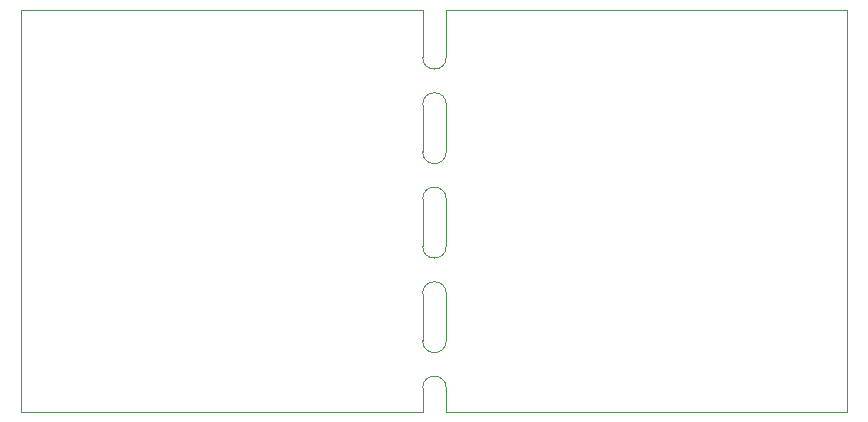
<source format=gbr>
G04 #@! TF.GenerationSoftware,KiCad,Pcbnew,(5.1.8)-1*
G04 #@! TF.CreationDate,2021-06-27T17:42:15+01:00*
G04 #@! TF.ProjectId,schem_1,73636865-6d5f-4312-9e6b-696361645f70,rev?*
G04 #@! TF.SameCoordinates,Original*
G04 #@! TF.FileFunction,Profile,NP*
%FSLAX46Y46*%
G04 Gerber Fmt 4.6, Leading zero omitted, Abs format (unit mm)*
G04 Created by KiCad (PCBNEW (5.1.8)-1) date 2021-06-27 17:42:15*
%MOMM*%
%LPD*%
G01*
G04 APERTURE LIST*
G04 #@! TA.AperFunction,Profile*
%ADD10C,0.050000*%
G04 #@! TD*
G04 APERTURE END LIST*
D10*
X93967880Y-24457200D02*
X93967880Y-20457200D01*
X91967880Y-20457200D02*
X91967880Y-24457200D01*
X93967880Y-4457200D02*
X93967880Y-8457200D01*
X91967880Y-4457200D02*
X91967880Y-8457200D01*
X93967880Y-457200D02*
G75*
G02*
X91967880Y-457200I-1000000J0D01*
G01*
X91967880Y-4457200D02*
G75*
G02*
X93967880Y-4457200I1000000J0D01*
G01*
X93967880Y-8457200D02*
G75*
G02*
X91967880Y-8457200I-1000000J0D01*
G01*
X91967880Y-12457200D02*
G75*
G02*
X93967880Y-12457200I1000000J0D01*
G01*
X93967880Y-16457200D02*
G75*
G02*
X91967880Y-16457200I-1000000J0D01*
G01*
X91967880Y-20457200D02*
G75*
G02*
X93967880Y-20457200I1000000J0D01*
G01*
X93967880Y-24457200D02*
G75*
G02*
X91967880Y-24457200I-1000000J0D01*
G01*
X91967880Y-28457200D02*
G75*
G02*
X93967880Y-28457200I1000000J0D01*
G01*
X93967880Y-28457200D02*
X93967880Y-30449560D01*
X91965340Y-30457200D02*
X91967880Y-28457200D01*
X91967880Y-16457200D02*
X91967880Y-16457200D01*
X93967880Y-12457200D02*
X93967880Y-16457200D01*
X91967880Y-12457200D02*
X91967880Y-16457200D01*
X93967880Y-457200D02*
X93956460Y3552980D01*
X91967880Y-457200D02*
X91967880Y3542800D01*
X127912480Y3552980D02*
X93956460Y3552980D01*
X127912480Y3552980D02*
X127912480Y-30447020D01*
X127912480Y-30447020D02*
X93967880Y-30449560D01*
X57962800Y-30457200D02*
X57962800Y3542800D01*
X57962800Y3542800D02*
X91967880Y3542800D01*
X57962800Y-30457200D02*
X91965340Y-30457200D01*
M02*

</source>
